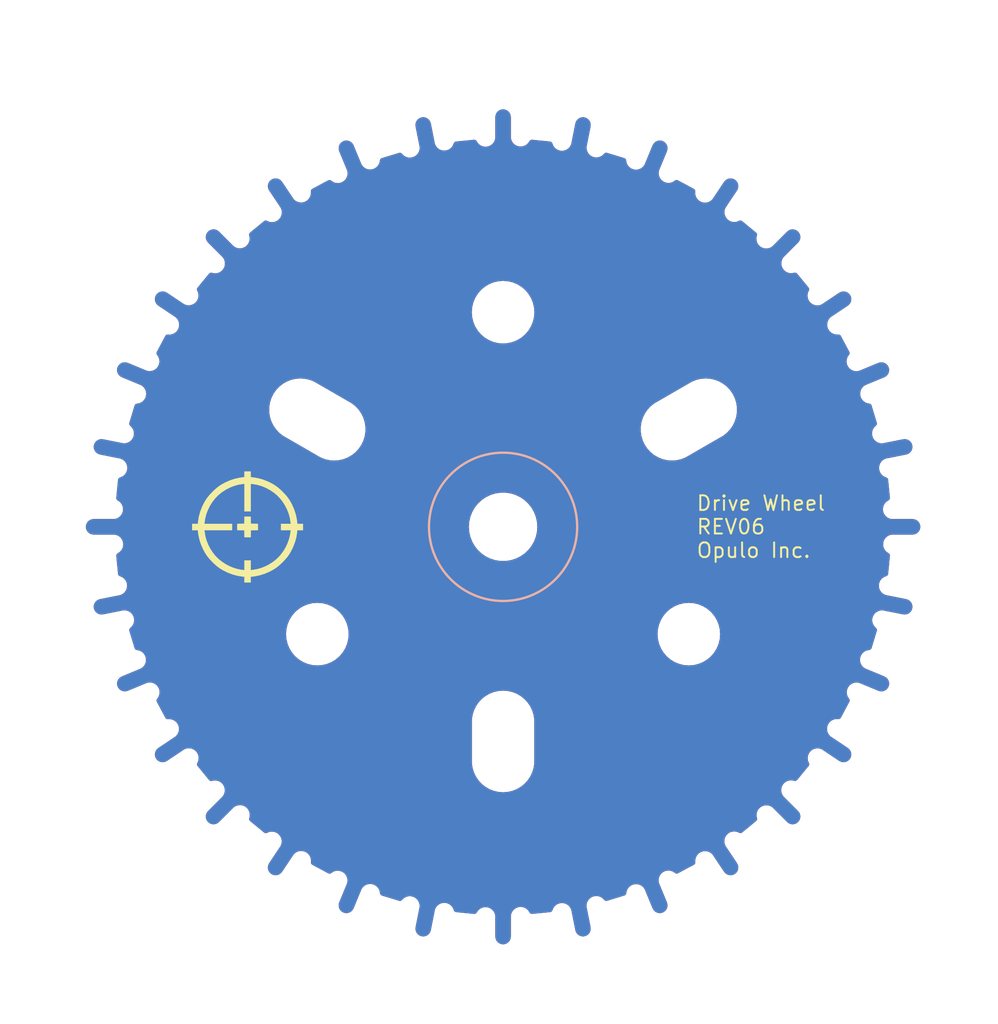
<source format=kicad_pcb>
(kicad_pcb (version 20221018) (generator pcbnew)
  (layers (0 "F.Cu" signal) (31 "B.Cu" signal) (34 "B.Paste" user) (35 "F.Paste" user) (36 "B.SilkS" user "B.Silkscreen") (37 "F.SilkS" user "F.Silkscreen") (38 "B.Mask" user) (39 "F.Mask" user) (44 "Edge.Cuts" user))
  (net 0 "")
  (net 1 "GND")
  (footprint "index:logo" (layer "F.Cu") (at -13.11 0)
    (fp_text reference "G***" hide)
    (fp_text value "LOGO" hide)
    (fp_poly (pts (xy 0.172439 -0.342195) (xy 0.176389 -0.162278) (xy 0.356305 -0.158329) (xy 0.536222 -0.154379) (xy 0.536222 0.16849) (xy 0.356305 0.172439) (xy 0.176389 0.176389) (xy 0.172439 0.356305) (xy 0.16849 0.536222) (xy -0.154379 0.536222) (xy -0.158329 0.356305) (xy -0.162278 0.176389) (xy -0.342195 0.172439) (xy -0.522111 0.16849) (xy -0.522111 -0.154379) (xy -0.342195 -0.158329) (xy -0.162278 -0.162278) (xy -0.158329 -0.342195) (xy -0.154379 -0.522111) (xy 0.16849 -0.522111) (xy 0.172439 -0.342195)) (stroke (width 0.01)) (fill solid) (layer "F.SilkS"))
    (fp_poly (pts (xy 0.169333 -2.543898) (xy 0.263869 -2.534212) (xy 0.52296 -2.493539) (xy 0.77827 -2.424972) (xy 1.029979 -2.32846) (xy 1.150055 -2.27195) (xy 1.292674 -2.196349) (xy 1.419534 -2.118738) (xy 1.537813 -2.033871) (xy 1.654691 -1.936508) (xy 1.777345 -1.821403) (xy 1.806554 -1.792443) (xy 1.926386 -1.667492) (xy 2.027294 -1.549938) (xy 2.114522 -1.432602) (xy 2.193312 -1.308306) (xy 2.268909 -1.16987) (xy 2.286061 -1.135945) (xy 2.396061 -0.885908) (xy 2.478089 -0.632356) (xy 2.532199 -0.375109) (xy 2.548323 -0.249759) (xy 2.558008 -0.155222) (xy 2.850444 -0.155222) (xy 2.850444 0.169333) (xy 2.557399 0.169333) (xy 2.547535 0.264583) (xy 2.507659 0.521009) (xy 2.441477 0.771033) (xy 2.348236 1.017208) (xy 2.286061 1.150055) (xy 2.21046 1.292674) (xy 2.132848 1.419534) (xy 2.047982 1.537813) (xy 1.950619 1.654691) (xy 1.835514 1.777345) (xy 1.806554 1.806554) (xy 1.681603 1.926386) (xy 1.564049 2.027294) (xy 1.446713 2.114522) (xy 1.322416 2.193312) (xy 1.18398 2.268909) (xy 1.150055 2.286061) (xy 0.900019 2.396061) (xy 0.646466 2.478089) (xy 0.38922 2.532199) (xy 0.263869 2.548323) (xy 0.169333 2.558008) (xy 0.169333 2.850444) (xy -0.155222 2.850444) (xy -0.155222 2.558008) (xy -0.249759 2.548323) (xy -0.508849 2.507649) (xy -0.76416 2.439083) (xy -1.015868 2.34257) (xy -1.135945 2.286061) (xy -1.278563 2.21046) (xy -1.405423 2.132848) (xy -1.523702 2.047982) (xy -1.64058 1.950619) (xy -1.763235 1.835514) (xy -1.792443 1.806554) (xy -1.912275 1.681603) (xy -2.013183 1.564049) (xy -2.100411 1.446713) (xy -2.179202 1.322416) (xy -2.254798 1.18398) (xy -2.27195 1.150055) (xy -2.38195 0.900019) (xy -2.463979 0.646466) (xy -2.518088 0.38922) (xy -2.534212 0.263869) (xy -2.543898 0.169333) (xy -2.836333 0.169333) (xy -2.836333 -0.155222) (xy -2.543898 -0.155222) (xy -2.205231 -0.155222) (xy -0.790222 -0.155222) (xy -0.790222 0.169333) (xy -2.205231 0.169333) (xy -2.195524 0.264583) (xy -2.159639 0.484313) (xy -2.097594 0.704567) (xy -2.011111 0.921475) (xy -1.901907 1.131165) (xy -1.771704 1.329766) (xy -1.659801 1.470858) (xy -1.506596 1.628821) (xy -1.33195 1.773377) (xy -1.140543 1.901804) (xy -0.937055 2.011383) (xy -0.726165 2.09939) (xy -0.512554 2.163106) (xy -0.443468 2.178102) (xy -0.370237 2.192329) (xy -0.31788 2.201925) (xy -0.27962 2.20791) (xy -0.248682 2.211303) (xy -0.218287 2.213125) (xy -0.208139 2.213523) (xy -0.155222 2.215444) (xy -0.155222 1.721555) (xy 0.169333 1.721555) (xy 0.169333 2.219342) (xy 0.264583 2.209635) (xy 0.483298 2.173883) (xy 0.70209 2.112335) (xy 0.916909 2.027114) (xy 1.123706 1.920343) (xy 1.318431 1.794146) (xy 1.497033 1.650645) (xy 1.655463 1.491964) (xy 1.673912 1.470858) (xy 1.818922 1.28327) (xy 1.944237 1.081651) (xy 2.048139 0.869873) (xy 2.128907 0.651808) (xy 2.184824 0.431326) (xy 2.209635 0.264583) (xy 2.219342 0.169333) (xy 1.721555 0.169333) (xy 1.721555 -0.155222) (xy 2.219342 -0.155222) (xy 2.209635 -0.250472) (xy 2.173749 -0.470202) (xy 2.111705 -0.690456) (xy 2.025222 -0.907364) (xy 1.916018 -1.117054) (xy 1.785814 -1.315655) (xy 1.673912 -1.456747) (xy 1.518331 -1.617203) (xy 1.342063 -1.762747) (xy 1.149159 -1.891257) (xy 0.943669 -2.000609) (xy 0.729643 -2.088681) (xy 0.511131 -2.153349) (xy 0.292182 -2.192491) (xy 0.264583 -2.195524) (xy 0.169333 -2.205231) (xy 0.169333 -0.790222) (xy -0.155222 -0.790222) (xy -0.155222 -2.205231) (xy -0.250472 -2.195524) (xy -0.469187 -2.159772) (xy -0.687979 -2.098224) (xy -0.902798 -2.013003) (xy -1.109595 -1.906233) (xy -1.30432 -1.780035) (xy -1.482922 -1.636534) (xy -1.641352 -1.477853) (xy -1.659801 -1.456747) (xy -1.804811 -1.269159) (xy -1.930126 -1.06754) (xy -2.034028 -0.855762) (xy -2.114796 -0.637697) (xy -2.170713 -0.417216) (xy -2.195524 -0.250472) (xy -2.205231 -0.155222) (xy -2.543898 -0.155222) (xy -2.534212 -0.249759) (xy -2.493539 -0.508849) (xy -2.424972 -0.76416) (xy -2.32846 -1.015868) (xy -2.27195 -1.135945) (xy -2.196349 -1.278563) (xy -2.118738 -1.405423) (xy -2.033871 -1.523702) (xy -1.936508 -1.64058) (xy -1.821403 -1.763235) (xy -1.792443 -1.792443) (xy -1.667492 -1.912275) (xy -1.549938 -2.013183) (xy -1.432602 -2.100411) (xy -1.308306 -2.179202) (xy -1.16987 -2.254798) (xy -1.135945 -2.27195) (xy -0.885908 -2.38195) (xy -0.632356 -2.463979) (xy -0.375109 -2.518088) (xy -0.249759 -2.534212) (xy -0.155222 -2.543898) (xy -0.155222 -2.836333) (xy 0.169333 -2.836333) (xy 0.169333 -2.543898)) (stroke (width 0.01)) (fill solid) (layer "F.SilkS"))
  )
  (gr_circle (center 0 0) (end -3.8 0) (stroke (width 0.12)) (fill none) (layer "B.SilkS"))
  (gr_arc (start -10.0084 -17.315656) (mid -10.152562 -16.781963) (end -10.692197 -16.90198) (stroke (width 0.001)) (layer "Edge.Cuts"))
  (gr_circle (center 0 -11) (end 1.5 -11) (stroke (width 0.001)) (fill none) (layer "Edge.Cuts"))
  (gr_line (start -19.957811 -1.298382) (end -19.827714 -2.619498) (stroke (width 0.001)) (layer "Edge.Cuts"))
  (gr_arc (start -13.784162 14.491269) (mid -13.224507 14.471676) (end -13.19372 15.030826) (stroke (width 0.001)) (layer "Edge.Cuts"))
  (gr_line (start -19.70712 -3.410194) (end -20.694036 -3.606504) (stroke (width 0.001)) (layer "Edge.Cuts"))
  (gr_arc (start 21 -0.5) (mid 21.5 0) (end 21 0.5) (stroke (width 0.001)) (layer "Edge.Cuts"))
  (gr_arc (start 19.210128 -8.498292) (mid 19.863412 -8.227693) (end 19.592812 -7.574412) (stroke (width 0.001)) (layer "Edge.Cuts"))
  (gr_arc (start 8.498292 19.210128) (mid 8.227693 19.863412) (end 7.574412 19.592812) (stroke (width 0.001)) (layer "Edge.Cuts"))
  (gr_line (start -8.837072 17.941743) (end -10.007838 17.31598) (stroke (width 0.001)) (layer "Edge.Cuts"))
  (gr_arc (start -19.51203 4.39098) (mid -19.035808 4.685616) (end -19.320857 5.167637) (stroke (width 0.001)) (layer "Edge.Cuts"))
  (gr_line (start -17.183077 -12.08271) (end -16.34641 -11.523667) (stroke (width 0.001)) (layer "Edge.Cuts"))
  (gr_line (start 17.738647 -11.25124) (end 16.90198 -10.692197) (stroke (width 0.001)) (layer "Edge.Cuts"))
  (gr_line (start 4.39098 19.51203) (end 4.587289 20.498946) (stroke (width 0.001)) (layer "Edge.Cuts"))
  (gr_arc (start -0.5 -19.993749) (mid -0.881881 -19.584159) (end -1.29903 -19.957768) (stroke (width 0.001)) (layer "Edge.Cuts"))
  (gr_arc (start -15.030398 13.194208) (mid -14.478837 13.231482) (end -14.491269 13.784162) (stroke (width 0.001)) (layer "Edge.Cuts"))
  (gr_line (start -19.993749 0.5) (end -21 0.5) (stroke (width 0.001)) (layer "Edge.Cuts"))
  (gr_line (start -16.90198 -10.692197) (end -17.738647 -11.25124) (stroke (width 0.001)) (layer "Edge.Cuts"))
  (gr_arc (start -10.692197 16.90198) (mid -10.147118 16.77358) (end -10.007838 17.31598) (stroke (width 0.001)) (layer "Edge.Cuts"))
  (gr_arc (start 11.25124 -17.738647) (mid 11.944768 -17.876599) (end 12.08271 -17.183077) (stroke (width 0.001)) (layer "Edge.Cuts"))
  (gr_line (start 12.167531 -15.87297) (end 13.19372 -15.030826) (stroke (width 0.001)) (layer "Edge.Cuts"))
  (gr_line (start -15.202796 14.495689) (end -14.491269 13.784162) (stroke (width 0.001)) (layer "Edge.Cuts"))
  (gr_line (start 9.642305 -7.299038) (end 7.910254 -6.299038) (stroke (width 0.001)) (layer "Edge.Cuts"))
  (gr_line (start 1.5 12) (end 1.5 10) (stroke (width 0.001)) (layer "Edge.Cuts"))
  (gr_arc (start 19.592812 7.574412) (mid 19.86347 8.227755) (end 19.210128 8.498292) (stroke (width 0.001)) (layer "Edge.Cuts"))
  (gr_line (start -20.694036 3.606504) (end -19.70712 3.410194) (stroke (width 0.001)) (layer "Edge.Cuts"))
  (gr_arc (start -0.5 -21) (mid 0 -21.5) (end 0.5 -21) (stroke (width 0.001)) (layer "Edge.Cuts"))
  (gr_arc (start 9.410254 -3.700962) (mid 7.36121 -4.249999) (end 7.910254 -6.299038) (stroke (width 0.001)) (layer "Edge.Cuts"))
  (gr_arc (start -11.142305 -4.700962) (mid -11.691343 -6.75) (end -9.642305 -7.299038) (stroke (width 0.001)) (layer "Edge.Cuts"))
  (gr_arc (start 7.574412 -19.592812) (mid 8.227691 -19.863408) (end 8.498292 -19.210128) (stroke (width 0.001)) (layer "Edge.Cuts"))
  (gr_arc (start 4.587289 20.498946) (mid 4.194445 21.086891) (end 3.606504 20.694036) (stroke (width 0.001)) (layer "Edge.Cuts"))
  (gr_line (start 16.34641 -11.523667) (end 17.183077 -12.08271) (stroke (width 0.001)) (layer "Edge.Cuts"))
  (gr_line (start -13.194208 -15.030398) (end -12.168046 -15.872576) (stroke (width 0.001)) (layer "Edge.Cuts"))
  (gr_circle (center -9.526279 5.5) (end -8.026279 5.5) (stroke (width 0.001)) (fill none) (layer "Edge.Cuts"))
  (gr_arc (start -18.935482 6.437975) (mid -18.440169 6.683485) (end -18.663157 7.189337) (stroke (width 0.001)) (layer "Edge.Cuts"))
  (gr_arc (start 7.189337 -18.663157) (mid 6.679787 -18.43089) (end 6.43736 -18.935691) (stroke (width 0.001)) (layer "Edge.Cuts"))
  (gr_line (start -15.030398 13.194208) (end -15.872576 12.168046) (stroke (width 0.001)) (layer "Edge.Cuts"))
  (gr_line (start -11.142305 -4.700962) (end -9.410254 -3.700962) (stroke (width 0.001)) (layer "Edge.Cuts"))
  (gr_line (start 20.694036 -3.606504) (end 19.70712 -3.410194) (stroke (width 0.001)) (layer "Edge.Cuts"))
  (gr_arc (start -11.25124 17.738647) (mid -11.94476 17.876597) (end -12.08271 17.183077) (stroke (width 0.001)) (layer "Edge.Cuts"))
  (gr_arc (start -18.663157 -7.189337) (mid -18.430885 -6.679782) (end -18.935691 -6.43736) (stroke (width 0.001)) (layer "Edge.Cuts"))
  (gr_arc (start 19.993749 -0.5) (mid 19.58415 -0.881886) (end 19.957768 -1.29903) (stroke (width 0.001)) (layer "Edge.Cuts"))
  (gr_line (start 19.210128 8.498292) (end 18.280474 8.113216) (stroke (width 0.001)) (layer "Edge.Cuts"))
  (gr_line (start -7.910254 -6.299038) (end -9.642305 -7.299038) (stroke (width 0.001)) (layer "Edge.Cuts"))
  (gr_arc (start -19.827629 2.620141) (mid -19.38973 2.957564) (end -19.70712 3.410194) (stroke (width 0.001)) (layer "Edge.Cuts"))
  (gr_arc (start 12.08271 17.183077) (mid 11.944785 17.876635) (end 11.25124 17.738647) (stroke (width 0.001)) (layer "Edge.Cuts"))
  (gr_arc (start -7.574412 19.592812) (mid -8.227694 19.86341) (end -8.498292 19.210128) (stroke (width 0.001)) (layer "Edge.Cuts"))
  (gr_line (start 13.194208 15.030398) (end 12.168046 15.872576) (stroke (width 0.001)) (layer "Edge.Cuts"))
  (gr_line (start 10.692197 -16.90198) (end 11.25124 -17.738647) (stroke (width 0.001)) (layer "Edge.Cuts"))
  (gr_arc (start -21 0.5) (mid -21.5 0) (end -21 -0.5) (stroke (width 0.001)) (layer "Edge.Cuts"))
  (gr_arc (start 0.5 21) (mid 0 21.5) (end -0.5 21) (stroke (width 0.001)) (layer "Edge.Cuts"))
  (gr_arc (start 15.202796 14.495689) (mid 15.202797 15.202797) (end 14.495689 15.202796) (stroke (width 0.001)) (layer "Edge.Cuts"))
  (gr_line (start -2.620141 -19.827629) (end -1.29903 -19.957768) (stroke (width 0.001)) (layer "Edge.Cuts"))
  (gr_arc (start 18.663157 7.189337) (mid 18.430874 6.679819) (end 18.935691 6.43736) (stroke (width 0.001)) (layer "Edge.Cuts"))
  (gr_arc (start -8.113216 -18.280474) (mid -8.309285 -17.755923) (end -8.837655 -17.941456) (stroke (width 0.001)) (layer "Edge.Cuts"))
  (gr_line (start -19.827629 2.620141) (end -19.957768 1.29903) (stroke (width 0.001)) (layer "Edge.Cuts"))
  (gr_line (start -21 -0.5) (end -19.993749 -0.5) (stroke (width 0.001)) (layer "Edge.Cuts"))
  (gr_arc (start -19.210128 8.498292) (mid -19.86341 8.227694) (end -19.592812 7.574412) (stroke (width 0.001)) (layer "Edge.Cuts"))
  (gr_line (start 19.957811 1.298382) (end 19.827714 2.619498) (stroke (width 0.001)) (layer "Edge.Cuts"))
  (gr_line (start 0.5 -21) (end 0.5 -19.993749) (stroke (width 0.001)) (layer "Edge.Cuts"))
  (gr_arc (start 2.620141 19.827629) (mid 2.957565 19.389734) (end 3.410194 19.70712) (stroke (width 0.001)) (layer "Edge.Cuts"))
  (gr_arc (start -5.16701 19.321025) (mid -4.687695 19.045585) (end -4.39098 19.51203) (stroke (width 0.001)) (layer "Edge.Cuts"))
  (gr_arc (start -4.587289 -20.498946) (mid -4.194442 -21.086884) (end -3.606504 -20.694036) (stroke (width 0.001)) (layer "Edge.Cuts"))
  (gr_circle (center 0 0) (end 1.65 0) (stroke (width 0.001)) (fill none) (layer "Edge.Cuts"))
  (gr_line (start -16.34641 11.523667) (end -17.183077 12.08271) (stroke (width 0.001)) (layer "Edge.Cuts"))
  (gr_arc (start -3.606504 20.694036) (mid -4.194442 21.086885) (end -4.587289 20.498946) (stroke (width 0.001)) (layer "Edge.Cuts"))
  (gr_arc (start -7.189337 18.663157) (mid -6.679782 18.430885) (end -6.43736 18.935691) (stroke (width 0.001)) (layer "Edge.Cuts"))
  (gr_line (start 2.620141 19.827629) (end 1.29903 19.957768) (stroke (width 0.001)) (layer "Edge.Cuts"))
  (gr_line (start 8.498292 -19.210128) (end 8.113216 -18.280474) (stroke (width 0.001)) (layer "Edge.Cuts"))
  (gr_line (start -8.498292 19.210128) (end -8.113216 18.280474) (stroke (width 0.001)) (layer "Edge.Cuts"))
  (gr_arc (start -17.315656 10.0084) (mid -16.781963 10.152562) (end -16.90198 10.692197) (stroke (width 0.001)) (layer "Edge.Cuts"))
  (gr_line (start 17.315656 -10.0084) (end 17.941456 -8.837655) (stroke (width 0.001)) (layer "Edge.Cuts"))
  (gr_line (start -15.87297 -12.167531) (end -15.030826 -13.19372) (stroke (width 0.001)) (layer "Edge.Cuts"))
  (gr_line (start -18.935482 6.437975) (end -19.320857 5.167637) (stroke (width 0.001)) (layer "Edge.Cuts"))
  (gr_line (start -1.298382 19.957811) (end -2.619498 19.827714) (stroke (width 0.001)) (layer "Edge.Cuts"))
  (gr_arc (start 14.491269 13.784162) (mid 14.471675 13.224428) (end 15.030826 13.19372) (stroke (width 0.001)) (layer "Edge.Cuts"))
  (gr_line (start -6.437975 -18.935482) (end -5.167637 -19.320857) (stroke (width 0.001)) (layer "Edge.Cuts"))
  (gr_arc (start -19.592812 -7.574412) (mid -19.86341 -8.227694) (end -19.210128 -8.498292) (stroke (width 0.001)) (layer "Edge.Cuts"))
  (gr_arc (start 19.70712 3.410194) (mid 19.379924 2.955798) (end 19.827714 2.619498) (stroke (width 0.001)) (layer "Edge.Cuts"))
  (gr_arc (start -18.280474 8.113216) (mid -17.755923 8.309285) (end -17.941456 8.837655) (stroke (width 0.001)) (layer "Edge.Cuts"))
  (gr_arc (start 1.298382 -19.957811) (mid 0.882013 -19.594155) (end 0.5 -19.993749) (stroke (width 0.001)) (layer "Edge.Cuts"))
  (gr_line (start -5.16701 19.321025) (end -6.43736 18.935691) (stroke (width 0.001)) (layer "Edge.Cuts"))
  (gr_arc (start -14.491269 -13.784162) (mid -14.471676 -13.224507) (end -15.030826 -13.19372) (stroke (width 0.001)) (layer "Edge.Cuts"))
  (gr_arc (start 3.410194 -19.70712) (mid 2.955741 -19.3799) (end 2.619498 -19.827714) (stroke (width 0.001)) (layer "Edge.Cuts"))
  (gr_line (start 7.189337 -18.663157) (end 7.574412 -19.592812) (stroke (width 0.001)) (layer "Edge.Cuts"))
  (gr_arc (start 16.34641 -11.523667) (mid 15.793626 -11.61362) (end 15.872576 -12.168046) (stroke (width 0.001)) (layer "Edge.Cuts"))
  (gr_arc (start -15.202796 -14.495689) (mid -15.202797 -15.202797) (end -14.495689 -15.202796) (stroke (width 0.001)) (layer "Edge.Cuts"))
  (gr_arc (start -11.523667 -16.34641) (mid -11.613633 -15.793686) (end -12.168046 -15.872576) (stroke (width 0.001)) (layer "Edge.Cuts"))
  (gr_arc (start 19.51203 -4.39098) (mid 19.035811 -4.685599) (end 19.320857 -5.167637) (stroke (width 0.001)) (layer "Edge.Cuts"))
  (gr_line (start -19.321025 -5.16701) (end -18.935691 -6.43736) (stroke (width 0.001)) (layer "Edge.Cuts"))
  (gr_arc (start -2.620141 -19.827629) (mid -2.957564 -19.38973) (end -3.410194 -19.70712) (stroke (width 0.001)) (layer "Edge.Cuts"))
  (gr_line (start 11.523667 16.34641) (end 12.08271 17.183077) (stroke (width 0.001)) (layer "Edge.Cuts"))
  (gr_arc (start 19.957811 1.298382) (mid 19.594155 0.882013) (end 19.993749 0.5) (stroke (width 0.001)) (layer "Edge.Cuts"))
  (gr_arc (start -19.993749 0.5) (mid -19.584159 0.881881) (end -19.957768 1.29903) (stroke (width 0.001)) (layer "Edge.Cuts"))
  (gr_arc (start 12.167531 -15.87297) (mid 11.619289 -15.80192) (end 11.523667 -16.34641) (stroke (width 0.001)) (layer "Edge.Cuts"))
  (gr_line (start -0.5 -19.993749) (end -0.5 -21) (stroke (width 0.001)) (layer "Edge.Cuts"))
  (gr_line (start 19.993749 -0.5) (end 21 -0.5) (stroke (width 0.001)) (layer "Edge.Cuts"))
  (gr_arc (start 4.39098 19.51203) (mid 4.685615 19.035816) (end 5.167637 19.320857) (stroke (width 0.001)) (layer "Edge.Cuts"))
  (gr_arc (start 13.194208 15.030398) (mid 13.231468 14.478829) (end 13.784162 14.491269) (stroke (width 0.001)) (layer "Edge.Cuts"))
  (gr_arc (start 17.941743 8.837072) (mid 17.765132 8.313274) (end 18.280474 8.113216) (stroke (width 0.001)) (layer "Edge.Cuts"))
  (gr_line (start -12.08271 17.183077) (end -11.523667 16.34641) (stroke (width 0.001)) (layer "Edge.Cuts"))
  (gr_line (start 1.298382 -19.957811) (end 2.619498 -19.827714) (stroke (width 0.001)) (layer "Edge.Cuts"))
  (gr_arc (start 3.606504 -20.694036) (mid 4.194446 -21.086886) (end 4.587289 -20.498946) (stroke (width 0.001)) (layer "Edge.Cuts"))
  (gr_arc (start 8.837072 -17.941743) (mid 8.313234 -17.765107) (end 8.113216 -18.280474) (stroke (width 0.001)) (layer "Edge.Cuts"))
  (gr_line (start 0.5 19.993749) (end 0.5 21) (stroke (width 0.001)) (layer "Edge.Cuts"))
  (gr_line (start -18.663157 -7.189337) (end -19.592812 -7.574412) (stroke (width 0.001)) (layer "Edge.Cuts"))
  (gr_line (start 15.202796 -14.495689) (end 14.491269 -13.784162) (stroke (width 0.001)) (layer "Edge.Cuts"))
  (gr_arc (start -4.39098 -19.51203) (mid -4.685616 -19.035808) (end -5.167637 -19.320857) (stroke (width 0.001)) (layer "Edge.Cuts"))
  (gr_line (start 19.51203 -4.39098) (end 20.498946 -4.587289) (stroke (width 0.001)) (layer "Edge.Cuts"))
  (gr_line (start 16.90198 10.692197) (end 17.738647 11.25124) (stroke (width 0.001)) (layer "Edge.Cuts"))
  (gr_line (start 11.25124 17.738647) (end 10.692197 16.90198) (stroke (width 0.001)) (layer "Edge.Cuts"))
  (gr_arc (start 11.523667 16.34641) (mid 11.61362 15.793626) (end 12.168046 15.872576) (stroke (width 0.001)) (layer "Edge.Cuts"))
  (gr_circle (center 9.526279 5.5) (end 11.026279 5.5) (stroke (width 0.001)) (fill none) (layer "Edge.Cuts"))
  (gr_line (start 19.321025 5.16701) (end 18.935691 6.43736) (stroke (width 0.001)) (layer "Edge.Cuts"))
  (gr_line (start 20.498946 4.587289) (end 19.51203 4.39098) (stroke (width 0.001)) (layer "Edge.Cuts"))
  (gr_arc (start -20.498946 4.587289) (mid -21.086884 4.194442) (end -20.694036 3.606504) (stroke (width 0.001)) (layer "Edge.Cuts"))
  (gr_arc (start 1.5 12) (mid 0 13.5) (end -1.5 12) (stroke (width 0.001)) (layer "Edge.Cuts"))
  (gr_arc (start 6.437975 18.935482) (mid 6.683491 18.440117) (end 7.189337 18.663157) (stroke (width 0.001)) (layer "Edge.Cuts"))
  (gr_line (start -11.25124 -17.738647) (end -10.692197 -16.90198) (stroke (width 0.001)) (layer "Edge.Cuts"))
  (gr_arc (start 10.0084 17.315656) (mid 10.152555 16.781959) (end 10.692197 16.90198) (stroke (width 0.001)) (layer "Edge.Cuts"))
  (gr_line (start -17.941743 -8.837072) (end -17.31598 -10.007838) (stroke (width 0.001)) (layer "Edge.Cuts"))
  (gr_arc (start -12.08271 -17.183077) (mid -11.94476 -17.876597) (end -11.25124 -17.738647) (stroke (width 0.001)) (layer "Edge.Cuts"))
  (gr_line (start 8.837072 -17.941743) (end 10.007838 -17.31598) (stroke (width 0.001)) (layer "Edge.Cuts"))
  (gr_arc (start -16.90198 -10.692197) (mid -16.77358 -10.147118) (end -17.31598 -10.007838) (stroke (width 0.001)) (layer "Edge.Cuts"))
  (gr_line (start 13.784162 -14.491269) (end 14.495689 -15.202796) (stroke (width 0.001)) (layer "Edge.Cuts"))
  (gr_arc (start -1.298382 19.957811) (mid -0.882013 19.594154) (end -0.5 19.993749) (stroke (width 0.001)) (layer "Edge.Cuts"))
  (gr_line (start -3.606504 -20.694036) (end -3.410194 -19.70712) (stroke (width 0.001)) (layer "Edge.Cuts"))
  (gr_line (start -1.5 10) (end -1.5 12) (stroke (width 0.001)) (layer "Edge.Cuts"))
  (gr_line (start -10.692197 16.90198) (end -11.25124 17.738647) (stroke (width 0.001)) (layer "Edge.Cuts"))
  (gr_line (start 4.587289 -20.498946) (end 4.39098 -19.51203) (stroke (width 0.001)) (layer "Edge.Cuts"))
  (gr_line (start -19.210128 -8.498292) (end -18.280474 -8.113216) (stroke (width 0.001)) (layer "Edge.Cuts"))
  (gr_arc (start 17.738647 11.25124) (mid 17.876635 11.944785) (end 17.183077 12.08271) (stroke (width 0.001)) (layer "Edge.Cuts"))
  (gr_arc (start -1.5 10) (mid 0 8.5) (end 1.5 10) (stroke (width 0.001)) (layer "Edge.Cuts"))
  (gr_arc (start 19.827629 -2.620141) (mid 19.389734 -2.957565) (end 19.70712 -3.410194) (stroke (width 0.001)) (layer "Edge.Cuts"))
  (gr_line (start 6.437975 18.935482) (end 5.167637 19.320857) (stroke (width 0.001)) (layer "Edge.Cuts"))
  (gr_line (start -19.592812 7.574412) (end -18.663157 7.189337) (stroke (width 0.001)) (layer "Edge.Cuts"))
  (gr_line (start -14.495689 -15.202796) (end -13.784162 -14.491269) (stroke (width 0.001)) (layer "Edge.Cuts"))
  (gr_line (start 3.410194 -19.70712) (end 3.606504 -20.694036) (stroke (width 0.001)) (layer "Edge.Cuts"))
  (gr_arc (start -19.70712 -3.410194) (mid -19.379902 -2.955744) (end -19.827714 -2.619498) (stroke (width 0.001)) (layer "Edge.Cuts"))
  (gr_line (start 7.574412 19.592812) (end 7.189337 18.663157) (stroke (width 0.001)) (layer "Edge.Cuts"))
  (gr_line (start 19.70712 3.410194) (end 20.694036 3.606504) (stroke (width 0.001)) (layer "Edge.Cuts"))
  (gr_line (start 15.030398 -13.194208) (end 15.872576 -12.168046) (stroke (width 0.001)) (layer "Edge.Cuts"))
  (gr_arc (start 16.90198 10.692197) (mid 16.773594 10.147183) (end 17.31598 10.007838) (stroke (width 0.001)) (layer "Edge.Cuts"))
  (gr_arc (start -7.910254 -6.299038) (mid -7.361216 -4.25) (end -9.410254 -3.700962) (stroke (width 0.001)) (layer "Edge.Cuts"))
  (gr_line (start 21 0.5) (end 19.993749 0.5) (stroke (width 0.001)) (layer "Edge.Cuts"))
  (gr_arc (start 18.280474 -8.113216) (mid 17.755915 -8.309285) (end 17.941456 -8.837655) (stroke (width 0.001)) (layer "Edge.Cuts"))
  (gr_line (start 3.606504 20.694036) (end 3.410194 19.70712) (stroke (width 0.001)) (layer "Edge.Cuts"))
  (gr_arc (start 10.692197 -16.90198) (mid 10.147118 -16.773581) (end 10.007838 -17.31598) (stroke (width 0.001)) (layer "Edge.Cuts"))
  (gr_line (start 17.183077 12.08271) (end 16.34641 11.523667) (stroke (width 0.001)) (layer "Edge.Cuts"))
  (gr_line (start -0.5 21) (end -0.5 19.993749) (stroke (width 0.001)) (layer "Edge.Cuts"))
  (gr_arc (start 0.5 19.993749) (mid 0.881881 19.584159) (end 1.29903 19.957768) (stroke (width 0.001)) (layer "Edge.Cuts"))
  (gr_arc (start -12.167531 15.87297) (mid -11.619294 15.801923) (end -11.523667 16.34641) (stroke (width 0.001)) (layer "Edge.Cuts"))
  (gr_arc (start 19.321025 5.16701) (mid 19.045596 4.687702) (end 19.51203 4.39098) (stroke (width 0.001)) (layer "Edge.Cuts"))
  (gr_line (start -17.738647 11.25124) (end -16.90198 10.692197) (stroke (width 0.001)) (layer "Edge.Cuts"))
  (gr_line (start -17.315656 10.0084) (end -17.941456 8.837655) (stroke (width 0.001)) (layer "Edge.Cuts"))
  (gr_line (start -19.51203 4.39098) (end -20.498946 4.587289) (stroke (width 0.001)) (layer "Edge.Cuts"))
  (gr_arc (start 8.113216 18.280474) (mid 8.309266 17.755926) (end 8.837655 17.941456) (stroke (width 0.001)) (layer "Edge.Cuts"))
  (gr_arc (start 15.87297 12.167531) (mid 15.801962 11.619353) (end 16.34641 11.523667) (stroke (width 0.001)) (layer "Edge.Cuts"))
  (gr_arc (start -3.410194 19.70712) (mid -2.955744 19.379902) (end -2.619498 19.827714) (stroke (width 0.001)) (layer "Edge.Cuts"))
  (gr_line (start 17.941743 8.837072) (end 17.31598 10.007838) (stroke (width 0.001)) (layer "Edge.Cuts"))
  (gr_arc (start 17.183077 -12.08271) (mid 17.876598 -11.944757) (end 17.738647 -11.25124) (stroke (width 0.001)) (layer "Edge.Cuts"))
  (gr_line (start -3.410194 19.70712) (end -3.606504 20.694036) (stroke (width 0.001)) (layer "Edge.Cuts"))
  (gr_arc (start -8.837072 17.941743) (mid -8.313231 17.765106) (end -8.113216 18.280474) (stroke (width 0.001)) (layer "Edge.Cuts"))
  (gr_arc (start -8.498292 -19.210128) (mid -8.227694 -19.86341) (end -7.574412 -19.592812) (stroke (width 0.001)) (layer "Edge.Cuts"))
  (gr_arc (start 20.694036 3.606504) (mid 21.086894 4.194445) (end 20.498946 4.587289) (stroke (width 0.001)) (layer "Edge.Cuts"))
  (gr_arc (start -17.183077 12.08271) (mid -17.876597 11.94476) (end -17.738647 11.25124) (stroke (width 0.001)) (layer "Edge.Cuts"))
  (gr_line (start -12.167531 15.87297) (end -13.19372 15.030826) (stroke (width 0.001)) (layer "Edge.Cuts"))
  (gr_line (start 10.0084 17.315656) (end 8.837655 17.941456) (stroke (width 0.001)) (layer "Edge.Cuts"))
  (gr_line (start -14.491269 -13.784162) (end -15.202796 -14.495689) (stroke (width 0.001)) (layer "Edge.Cuts"))
  (gr_line (start -13.784162 14.491269) (end -14.495689 15.202796) (stroke (width 0.001)) (layer "Edge.Cuts"))
  (gr_line (start -20.498946 -4.587289) (end -19.51203 -4.39098) (stroke (width 0.001)) (layer "Edge.Cuts"))
  (gr_line (start 12.08271 -17.183077) (end 11.523667 -16.34641) (stroke (width 0.001)) (layer "Edge.Cuts"))
  (gr_line (start -4.587289 20.498946) (end -4.39098 19.51203) (stroke (width 0.001)) (layer "Edge.Cuts"))
  (gr_line (start -7.189337 18.663157) (end -7.574412 19.592812) (stroke (width 0.001)) (layer "Edge.Cuts"))
  (gr_line (start 19.592812 -7.574412) (end 18.663157 -7.189337) (stroke (width 0.001)) (layer "Edge.Cuts"))
  (gr_line (start 14.491269 13.784162) (end 15.202796 14.495689) (stroke (width 0.001)) (layer "Edge.Cuts"))
  (gr_line (start -4.39098 -19.51203) (end -4.587289 -20.498946) (stroke (width 0.001)) (layer "Edge.Cuts"))
  (gr_arc (start -13.194208 -15.030398) (mid -13.231482 -14.478837) (end -13.784162 -14.491269) (stroke (width 0.001)) (layer "Edge.Cuts"))
  (gr_line (start 18.935482 -6.437975) (end 19.320857 -5.167637) (stroke (width 0.001)) (layer "Edge.Cuts"))
  (gr_arc (start -6.437975 -18.935482) (mid -6.683485 -18.440169) (end -7.189337 -18.663157) (stroke (width 0.001)) (layer "Edge.Cuts"))
  (gr_arc (start -14.495689 15.202796) (mid -15.202797 15.202797) (end -15.202796 14.495689) (stroke (width 0.001)) (layer "Edge.Cuts"))
  (gr_line (start -18.280474 8.113216) (end -19.210128 8.498292) (stroke (width 0.001)) (layer "Edge.Cuts"))
  (gr_line (start 9.410254 -3.700962) (end 11.142305 -4.700962) (stroke (width 0.001)) (layer "Edge.Cuts"))
  (gr_arc (start 9.642305 -7.299038) (mid 11.691336 -6.749999) (end 11.142305 -4.700962) (stroke (width 0.001)) (layer "Edge.Cuts"))
  (gr_arc (start -17.738647 -11.25124) (mid -17.876597 -11.94476) (end -17.183077 -12.08271) (stroke (width 0.001)) (layer "Edge.Cuts"))
  (gr_arc (start -19.321025 -5.16701) (mid -19.045585 -4.687695) (end -19.51203 -4.39098) (stroke (width 0.001)) (layer "Edge.Cuts"))
  (gr_line (start -8.113216 -18.280474) (end -8.498292 -19.210128) (stroke (width 0.001)) (layer "Edge.Cuts"))
  (gr_arc (start -17.941743 -8.837072) (mid -17.765106 -8.313231) (end -18.280474 -8.113216) (stroke (width 0.001)) (layer "Edge.Cuts"))
  (gr_arc (start 17.315656 -10.0084) (mid 16.781959 -10.152555) (end 16.90198 -10.692197) (stroke (width 0.001)) (layer "Edge.Cuts"))
  (gr_arc (start -19.957811 -1.298382) (mid -19.594154 -0.882013) (end -19.993749 -0.5) (stroke (width 0.001)) (layer "Edge.Cuts"))
  (gr_line (start 15.87297 12.167531) (end 15.030826 13.19372) (stroke (width 0.001)) (layer "Edge.Cuts"))
  (gr_line (start -7.574412 -19.592812) (end -7.189337 -18.663157) (stroke (width 0.001)) (layer "Edge.Cuts"))
  (gr_arc (start 13.784162 -14.491269) (mid 13.224506 -14.471678) (end 13.19372 -15.030826) (stroke (width 0.001)) (layer "Edge.Cuts"))
  (gr_arc (start -16.34641 11.523667) (mid -15.793686 11.613633) (end -15.872576 12.168046) (stroke (width 0.001)) (layer "Edge.Cuts"))
  (gr_arc (start 18.935482 -6.437975) (mid 18.440117 -6.683491) (end 18.663157 -7.189337) (stroke (width 0.001)) (layer "Edge.Cuts"))
  (gr_arc (start 20.498946 -4.587289) (mid 21.086891 -4.194445) (end 20.694036 -3.606504) (stroke (width 0.001)) (layer "Edge.Cuts"))
  (gr_line (start 18.280474 -8.113216) (end 19.210128 -8.498292) (stroke (width 0.001)) (layer "Edge.Cuts"))
  (gr_arc (start -15.87297 -12.167531) (mid -15.801923 -11.619294) (end -16.34641 -11.523667) (stroke (width 0.001)) (layer "Edge.Cuts"))
  (gr_line (start -10.0084 -17.315656) (end -8.837655 -17.941456) (stroke (width 0.001)) (layer "Edge.Cuts"))
  (gr_line (start 18.663157 7.189337) (end 19.592812 7.574412) (stroke (width 0.001)) (layer "Edge.Cuts"))
  (gr_line (start 8.113216 18.280474) (end 8.498292 19.210128) (stroke (width 0.001)) (layer "Edge.Cuts"))
  (gr_line (start 14.495689 15.202796) (end 13.784162 14.491269) (stroke (width 0.001)) (layer "Edge.Cuts"))
  (gr_arc (start 5.16701 -19.321025) (mid 4.68769 -19.045579) (end 4.39098 -19.51203) (stroke (width 0.001)) (layer "Edge.Cuts"))
  (gr_line (start 19.827629 -2.620141) (end 19.957768 -1.29903) (stroke (width 0.001)) (layer "Edge.Cuts"))
  (gr_line (start 5.16701 -19.321025) (end 6.43736 -18.935691) (stroke (width 0.001)) (layer "Edge.Cuts"))
  (gr_arc (start -20.694036 -3.606504) (mid -21.086885 -4.194442) (end -20.498946 -4.587289) (stroke (width 0.001)) (layer "Edge.Cuts"))
  (gr_line (start -11.523667 -16.34641) (end -12.08271 -17.183077) (stroke (width 0.001)) (layer "Edge.Cuts"))
  (gr_arc (start 15.030398 -13.194208) (mid 14.478833 -13.231481) (end 14.491269 -13.784162) (stroke (width 0.001)) (layer "Edge.Cuts"))
  (gr_arc (start 14.495689 -15.202796) (mid 15.202797 -15.202797) (end 15.202796 -14.495689) (stroke (width 0.001)) (layer "Edge.Cuts"))
  (gr_text "Drive Wheel\nREV06\nOpulo Inc." (at 9.87 0) (layer "F.SilkS") (effects (font (size 0.75 0.75) (thickness 0.1)) (justify left)))
  (zone (net 1) (net_name "GND") (layers "F&B.Cu") (connect_pads (clearance 1)) (min_thickness 0.25) (fill yes (thermal_gap 0.508) (thermal_bridge_width 0.508) (smoothing fillet) (radius 5) (island_removal_mode 1) (island_area_min 10))
    (polygon (pts (xy 25.4 -27) (xy 24.5 23.5) (xy -25.8 25.5) (xy -23 -26.7)))
  )
)
</source>
